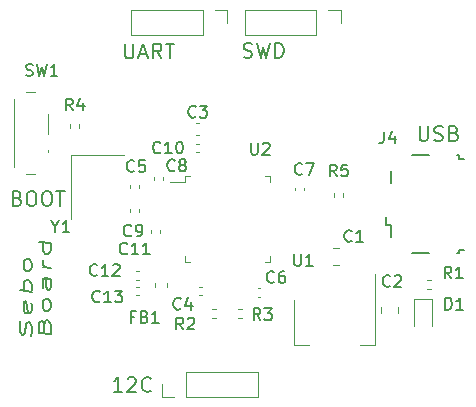
<source format=gbr>
%TF.GenerationSoftware,KiCad,Pcbnew,(6.0.7-1)-1*%
%TF.CreationDate,2022-10-05T21:39:38-05:00*%
%TF.ProjectId,KiCad,4b694361-642e-46b6-9963-61645f706362,rev?*%
%TF.SameCoordinates,Original*%
%TF.FileFunction,Legend,Top*%
%TF.FilePolarity,Positive*%
%FSLAX46Y46*%
G04 Gerber Fmt 4.6, Leading zero omitted, Abs format (unit mm)*
G04 Created by KiCad (PCBNEW (6.0.7-1)-1) date 2022-10-05 21:39:38*
%MOMM*%
%LPD*%
G01*
G04 APERTURE LIST*
%ADD10C,0.200000*%
%ADD11C,0.150000*%
%ADD12C,0.120000*%
G04 APERTURE END LIST*
D10*
X108311761Y-99287920D02*
X108359380Y-99008158D01*
X108359380Y-98531967D01*
X108311761Y-98335539D01*
X108264142Y-98234348D01*
X108168904Y-98127205D01*
X108073666Y-98115301D01*
X107978428Y-98198634D01*
X107930809Y-98287920D01*
X107883190Y-98472444D01*
X107835571Y-98847444D01*
X107787952Y-99031967D01*
X107740333Y-99121253D01*
X107645095Y-99204586D01*
X107549857Y-99192682D01*
X107454619Y-99085539D01*
X107407000Y-98984348D01*
X107359380Y-98787920D01*
X107359380Y-98311729D01*
X107407000Y-98031967D01*
X108311761Y-96526015D02*
X108359380Y-96722444D01*
X108359380Y-97103396D01*
X108311761Y-97287920D01*
X108216523Y-97371253D01*
X107835571Y-97323634D01*
X107740333Y-97216491D01*
X107692714Y-97020063D01*
X107692714Y-96639110D01*
X107740333Y-96454586D01*
X107835571Y-96371253D01*
X107930809Y-96383158D01*
X108026047Y-97347444D01*
X108359380Y-95579586D02*
X107359380Y-95454586D01*
X107740333Y-95502205D02*
X107692714Y-95305777D01*
X107692714Y-94924825D01*
X107740333Y-94740301D01*
X107787952Y-94651015D01*
X107883190Y-94567682D01*
X108168904Y-94603396D01*
X108264142Y-94710539D01*
X108311761Y-94811729D01*
X108359380Y-95008158D01*
X108359380Y-95389110D01*
X108311761Y-95573634D01*
X108359380Y-93484348D02*
X108311761Y-93668872D01*
X108264142Y-93758158D01*
X108168904Y-93841491D01*
X107883190Y-93805777D01*
X107787952Y-93698634D01*
X107740333Y-93597444D01*
X107692714Y-93401015D01*
X107692714Y-93115301D01*
X107740333Y-92930777D01*
X107787952Y-92841491D01*
X107883190Y-92758158D01*
X108168904Y-92793872D01*
X108264142Y-92901015D01*
X108311761Y-93002205D01*
X108359380Y-93198634D01*
X108359380Y-93484348D01*
X109445571Y-98418872D02*
X109493190Y-98139110D01*
X109540809Y-98049825D01*
X109636047Y-97966491D01*
X109778904Y-97984348D01*
X109874142Y-98091491D01*
X109921761Y-98192682D01*
X109969380Y-98389110D01*
X109969380Y-99151015D01*
X108969380Y-99026015D01*
X108969380Y-98359348D01*
X109017000Y-98174825D01*
X109064619Y-98085539D01*
X109159857Y-98002205D01*
X109255095Y-98014110D01*
X109350333Y-98121253D01*
X109397952Y-98222444D01*
X109445571Y-98418872D01*
X109445571Y-99085539D01*
X109969380Y-96865301D02*
X109921761Y-97049825D01*
X109874142Y-97139110D01*
X109778904Y-97222444D01*
X109493190Y-97186729D01*
X109397952Y-97079586D01*
X109350333Y-96978396D01*
X109302714Y-96781967D01*
X109302714Y-96496253D01*
X109350333Y-96311729D01*
X109397952Y-96222444D01*
X109493190Y-96139110D01*
X109778904Y-96174825D01*
X109874142Y-96281967D01*
X109921761Y-96383158D01*
X109969380Y-96579586D01*
X109969380Y-96865301D01*
X109969380Y-94484348D02*
X109445571Y-94418872D01*
X109350333Y-94502205D01*
X109302714Y-94686729D01*
X109302714Y-95067682D01*
X109350333Y-95264110D01*
X109921761Y-94478396D02*
X109969380Y-94674825D01*
X109969380Y-95151015D01*
X109921761Y-95335539D01*
X109826523Y-95418872D01*
X109731285Y-95406967D01*
X109636047Y-95299825D01*
X109588428Y-95103396D01*
X109588428Y-94627205D01*
X109540809Y-94430777D01*
X109969380Y-93531967D02*
X109302714Y-93448634D01*
X109493190Y-93472444D02*
X109397952Y-93365301D01*
X109350333Y-93264110D01*
X109302714Y-93067682D01*
X109302714Y-92877205D01*
X109969380Y-91436729D02*
X108969380Y-91311729D01*
X109921761Y-91430777D02*
X109969380Y-91627205D01*
X109969380Y-92008158D01*
X109921761Y-92192682D01*
X109874142Y-92281967D01*
X109778904Y-92365301D01*
X109493190Y-92329586D01*
X109397952Y-92222444D01*
X109350333Y-92121253D01*
X109302714Y-91924825D01*
X109302714Y-91543872D01*
X109350333Y-91359348D01*
X141221419Y-81560676D02*
X141221419Y-82572580D01*
X141280942Y-82691628D01*
X141340466Y-82751152D01*
X141459514Y-82810676D01*
X141697609Y-82810676D01*
X141816657Y-82751152D01*
X141876180Y-82691628D01*
X141935704Y-82572580D01*
X141935704Y-81560676D01*
X142471419Y-82751152D02*
X142649990Y-82810676D01*
X142947609Y-82810676D01*
X143066657Y-82751152D01*
X143126180Y-82691628D01*
X143185704Y-82572580D01*
X143185704Y-82453533D01*
X143126180Y-82334485D01*
X143066657Y-82274961D01*
X142947609Y-82215438D01*
X142709514Y-82155914D01*
X142590466Y-82096390D01*
X142530942Y-82036866D01*
X142471419Y-81917819D01*
X142471419Y-81798771D01*
X142530942Y-81679723D01*
X142590466Y-81620200D01*
X142709514Y-81560676D01*
X143007133Y-81560676D01*
X143185704Y-81620200D01*
X144138085Y-82155914D02*
X144316657Y-82215438D01*
X144376180Y-82274961D01*
X144435704Y-82394009D01*
X144435704Y-82572580D01*
X144376180Y-82691628D01*
X144316657Y-82751152D01*
X144197609Y-82810676D01*
X143721419Y-82810676D01*
X143721419Y-81560676D01*
X144138085Y-81560676D01*
X144257133Y-81620200D01*
X144316657Y-81679723D01*
X144376180Y-81798771D01*
X144376180Y-81917819D01*
X144316657Y-82036866D01*
X144257133Y-82096390D01*
X144138085Y-82155914D01*
X143721419Y-82155914D01*
X107167971Y-87642314D02*
X107346542Y-87701838D01*
X107406066Y-87761361D01*
X107465590Y-87880409D01*
X107465590Y-88058980D01*
X107406066Y-88178028D01*
X107346542Y-88237552D01*
X107227495Y-88297076D01*
X106751304Y-88297076D01*
X106751304Y-87047076D01*
X107167971Y-87047076D01*
X107287019Y-87106600D01*
X107346542Y-87166123D01*
X107406066Y-87285171D01*
X107406066Y-87404219D01*
X107346542Y-87523266D01*
X107287019Y-87582790D01*
X107167971Y-87642314D01*
X106751304Y-87642314D01*
X108239400Y-87047076D02*
X108477495Y-87047076D01*
X108596542Y-87106600D01*
X108715590Y-87225647D01*
X108775114Y-87463742D01*
X108775114Y-87880409D01*
X108715590Y-88118504D01*
X108596542Y-88237552D01*
X108477495Y-88297076D01*
X108239400Y-88297076D01*
X108120352Y-88237552D01*
X108001304Y-88118504D01*
X107941780Y-87880409D01*
X107941780Y-87463742D01*
X108001304Y-87225647D01*
X108120352Y-87106600D01*
X108239400Y-87047076D01*
X109548923Y-87047076D02*
X109787019Y-87047076D01*
X109906066Y-87106600D01*
X110025114Y-87225647D01*
X110084638Y-87463742D01*
X110084638Y-87880409D01*
X110025114Y-88118504D01*
X109906066Y-88237552D01*
X109787019Y-88297076D01*
X109548923Y-88297076D01*
X109429876Y-88237552D01*
X109310828Y-88118504D01*
X109251304Y-87880409D01*
X109251304Y-87463742D01*
X109310828Y-87225647D01*
X109429876Y-87106600D01*
X109548923Y-87047076D01*
X110441780Y-87047076D02*
X111156066Y-87047076D01*
X110798923Y-88297076D02*
X110798923Y-87047076D01*
X116027704Y-104045076D02*
X115313419Y-104045076D01*
X115670561Y-104045076D02*
X115670561Y-102795076D01*
X115551514Y-102973647D01*
X115432466Y-103092695D01*
X115313419Y-103152219D01*
X116503895Y-102914123D02*
X116563419Y-102854600D01*
X116682466Y-102795076D01*
X116980085Y-102795076D01*
X117099133Y-102854600D01*
X117158657Y-102914123D01*
X117218180Y-103033171D01*
X117218180Y-103152219D01*
X117158657Y-103330790D01*
X116444371Y-104045076D01*
X117218180Y-104045076D01*
X118468180Y-103926028D02*
X118408657Y-103985552D01*
X118230085Y-104045076D01*
X118111038Y-104045076D01*
X117932466Y-103985552D01*
X117813419Y-103866504D01*
X117753895Y-103747457D01*
X117694371Y-103509361D01*
X117694371Y-103330790D01*
X117753895Y-103092695D01*
X117813419Y-102973647D01*
X117932466Y-102854600D01*
X118111038Y-102795076D01*
X118230085Y-102795076D01*
X118408657Y-102854600D01*
X118468180Y-102914123D01*
X116268352Y-74550276D02*
X116268352Y-75562180D01*
X116327876Y-75681228D01*
X116387400Y-75740752D01*
X116506447Y-75800276D01*
X116744542Y-75800276D01*
X116863590Y-75740752D01*
X116923114Y-75681228D01*
X116982638Y-75562180D01*
X116982638Y-74550276D01*
X117518352Y-75443133D02*
X118113590Y-75443133D01*
X117399304Y-75800276D02*
X117815971Y-74550276D01*
X118232638Y-75800276D01*
X119363590Y-75800276D02*
X118946923Y-75205038D01*
X118649304Y-75800276D02*
X118649304Y-74550276D01*
X119125495Y-74550276D01*
X119244542Y-74609800D01*
X119304066Y-74669323D01*
X119363590Y-74788371D01*
X119363590Y-74966942D01*
X119304066Y-75085990D01*
X119244542Y-75145514D01*
X119125495Y-75205038D01*
X118649304Y-75205038D01*
X119720733Y-74550276D02*
X120435019Y-74550276D01*
X120077876Y-75800276D02*
X120077876Y-74550276D01*
X126319571Y-75689952D02*
X126498142Y-75749476D01*
X126795761Y-75749476D01*
X126914809Y-75689952D01*
X126974333Y-75630428D01*
X127033857Y-75511380D01*
X127033857Y-75392333D01*
X126974333Y-75273285D01*
X126914809Y-75213761D01*
X126795761Y-75154238D01*
X126557666Y-75094714D01*
X126438619Y-75035190D01*
X126379095Y-74975666D01*
X126319571Y-74856619D01*
X126319571Y-74737571D01*
X126379095Y-74618523D01*
X126438619Y-74559000D01*
X126557666Y-74499476D01*
X126855285Y-74499476D01*
X127033857Y-74559000D01*
X127450523Y-74499476D02*
X127748142Y-75749476D01*
X127986238Y-74856619D01*
X128224333Y-75749476D01*
X128521952Y-74499476D01*
X128998142Y-75749476D02*
X128998142Y-74499476D01*
X129295761Y-74499476D01*
X129474333Y-74559000D01*
X129593380Y-74678047D01*
X129652904Y-74797095D01*
X129712428Y-75035190D01*
X129712428Y-75213761D01*
X129652904Y-75451857D01*
X129593380Y-75570904D01*
X129474333Y-75689952D01*
X129295761Y-75749476D01*
X128998142Y-75749476D01*
D11*
%TO.C,U1*%
X130606895Y-92365580D02*
X130606895Y-93175104D01*
X130654514Y-93270342D01*
X130702133Y-93317961D01*
X130797371Y-93365580D01*
X130987847Y-93365580D01*
X131083085Y-93317961D01*
X131130704Y-93270342D01*
X131178323Y-93175104D01*
X131178323Y-92365580D01*
X132178323Y-93365580D02*
X131606895Y-93365580D01*
X131892609Y-93365580D02*
X131892609Y-92365580D01*
X131797371Y-92508438D01*
X131702133Y-92603676D01*
X131606895Y-92651295D01*
%TO.C,SW1*%
X107886666Y-77239761D02*
X108029523Y-77287380D01*
X108267619Y-77287380D01*
X108362857Y-77239761D01*
X108410476Y-77192142D01*
X108458095Y-77096904D01*
X108458095Y-77001666D01*
X108410476Y-76906428D01*
X108362857Y-76858809D01*
X108267619Y-76811190D01*
X108077142Y-76763571D01*
X107981904Y-76715952D01*
X107934285Y-76668333D01*
X107886666Y-76573095D01*
X107886666Y-76477857D01*
X107934285Y-76382619D01*
X107981904Y-76335000D01*
X108077142Y-76287380D01*
X108315238Y-76287380D01*
X108458095Y-76335000D01*
X108791428Y-76287380D02*
X109029523Y-77287380D01*
X109220000Y-76573095D01*
X109410476Y-77287380D01*
X109648571Y-76287380D01*
X110553333Y-77287380D02*
X109981904Y-77287380D01*
X110267619Y-77287380D02*
X110267619Y-76287380D01*
X110172380Y-76430238D01*
X110077142Y-76525476D01*
X109981904Y-76573095D01*
%TO.C,Y1*%
X110369409Y-90044590D02*
X110369409Y-90520780D01*
X110036076Y-89520780D02*
X110369409Y-90044590D01*
X110702742Y-89520780D01*
X111559885Y-90520780D02*
X110988457Y-90520780D01*
X111274171Y-90520780D02*
X111274171Y-89520780D01*
X111178933Y-89663638D01*
X111083695Y-89758876D01*
X110988457Y-89806495D01*
%TO.C,U2*%
X126938095Y-82952380D02*
X126938095Y-83761904D01*
X126985714Y-83857142D01*
X127033333Y-83904761D01*
X127128571Y-83952380D01*
X127319047Y-83952380D01*
X127414285Y-83904761D01*
X127461904Y-83857142D01*
X127509523Y-83761904D01*
X127509523Y-82952380D01*
X127938095Y-83047619D02*
X127985714Y-83000000D01*
X128080952Y-82952380D01*
X128319047Y-82952380D01*
X128414285Y-83000000D01*
X128461904Y-83047619D01*
X128509523Y-83142857D01*
X128509523Y-83238095D01*
X128461904Y-83380952D01*
X127890476Y-83952380D01*
X128509523Y-83952380D01*
%TO.C,R5*%
X134199333Y-85792380D02*
X133866000Y-85316190D01*
X133627904Y-85792380D02*
X133627904Y-84792380D01*
X134008857Y-84792380D01*
X134104095Y-84840000D01*
X134151714Y-84887619D01*
X134199333Y-84982857D01*
X134199333Y-85125714D01*
X134151714Y-85220952D01*
X134104095Y-85268571D01*
X134008857Y-85316190D01*
X133627904Y-85316190D01*
X135104095Y-84792380D02*
X134627904Y-84792380D01*
X134580285Y-85268571D01*
X134627904Y-85220952D01*
X134723142Y-85173333D01*
X134961238Y-85173333D01*
X135056476Y-85220952D01*
X135104095Y-85268571D01*
X135151714Y-85363809D01*
X135151714Y-85601904D01*
X135104095Y-85697142D01*
X135056476Y-85744761D01*
X134961238Y-85792380D01*
X134723142Y-85792380D01*
X134627904Y-85744761D01*
X134580285Y-85697142D01*
%TO.C,R4*%
X111847333Y-80208380D02*
X111514000Y-79732190D01*
X111275904Y-80208380D02*
X111275904Y-79208380D01*
X111656857Y-79208380D01*
X111752095Y-79256000D01*
X111799714Y-79303619D01*
X111847333Y-79398857D01*
X111847333Y-79541714D01*
X111799714Y-79636952D01*
X111752095Y-79684571D01*
X111656857Y-79732190D01*
X111275904Y-79732190D01*
X112704476Y-79541714D02*
X112704476Y-80208380D01*
X112466380Y-79160761D02*
X112228285Y-79875047D01*
X112847333Y-79875047D01*
%TO.C,R3*%
X127742733Y-97961380D02*
X127409400Y-97485190D01*
X127171304Y-97961380D02*
X127171304Y-96961380D01*
X127552257Y-96961380D01*
X127647495Y-97009000D01*
X127695114Y-97056619D01*
X127742733Y-97151857D01*
X127742733Y-97294714D01*
X127695114Y-97389952D01*
X127647495Y-97437571D01*
X127552257Y-97485190D01*
X127171304Y-97485190D01*
X128076066Y-96961380D02*
X128695114Y-96961380D01*
X128361780Y-97342333D01*
X128504638Y-97342333D01*
X128599876Y-97389952D01*
X128647495Y-97437571D01*
X128695114Y-97532809D01*
X128695114Y-97770904D01*
X128647495Y-97866142D01*
X128599876Y-97913761D01*
X128504638Y-97961380D01*
X128218923Y-97961380D01*
X128123685Y-97913761D01*
X128076066Y-97866142D01*
%TO.C,R2*%
X121194533Y-98750380D02*
X120861200Y-98274190D01*
X120623104Y-98750380D02*
X120623104Y-97750380D01*
X121004057Y-97750380D01*
X121099295Y-97798000D01*
X121146914Y-97845619D01*
X121194533Y-97940857D01*
X121194533Y-98083714D01*
X121146914Y-98178952D01*
X121099295Y-98226571D01*
X121004057Y-98274190D01*
X120623104Y-98274190D01*
X121575485Y-97845619D02*
X121623104Y-97798000D01*
X121718342Y-97750380D01*
X121956438Y-97750380D01*
X122051676Y-97798000D01*
X122099295Y-97845619D01*
X122146914Y-97940857D01*
X122146914Y-98036095D01*
X122099295Y-98178952D01*
X121527866Y-98750380D01*
X122146914Y-98750380D01*
%TO.C,R1*%
X143902133Y-94432380D02*
X143568800Y-93956190D01*
X143330704Y-94432380D02*
X143330704Y-93432380D01*
X143711657Y-93432380D01*
X143806895Y-93480000D01*
X143854514Y-93527619D01*
X143902133Y-93622857D01*
X143902133Y-93765714D01*
X143854514Y-93860952D01*
X143806895Y-93908571D01*
X143711657Y-93956190D01*
X143330704Y-93956190D01*
X144854514Y-94432380D02*
X144283085Y-94432380D01*
X144568800Y-94432380D02*
X144568800Y-93432380D01*
X144473561Y-93575238D01*
X144378323Y-93670476D01*
X144283085Y-93718095D01*
%TO.C,J4*%
X138198266Y-82002380D02*
X138198266Y-82716666D01*
X138150647Y-82859523D01*
X138055409Y-82954761D01*
X137912552Y-83002380D01*
X137817314Y-83002380D01*
X139103028Y-82335714D02*
X139103028Y-83002380D01*
X138864933Y-81954761D02*
X138626838Y-82669047D01*
X139245885Y-82669047D01*
%TO.C,FB1*%
X117073466Y-97667771D02*
X116740133Y-97667771D01*
X116740133Y-98191580D02*
X116740133Y-97191580D01*
X117216323Y-97191580D01*
X117930609Y-97667771D02*
X118073466Y-97715390D01*
X118121085Y-97763009D01*
X118168704Y-97858247D01*
X118168704Y-98001104D01*
X118121085Y-98096342D01*
X118073466Y-98143961D01*
X117978228Y-98191580D01*
X117597276Y-98191580D01*
X117597276Y-97191580D01*
X117930609Y-97191580D01*
X118025847Y-97239200D01*
X118073466Y-97286819D01*
X118121085Y-97382057D01*
X118121085Y-97477295D01*
X118073466Y-97572533D01*
X118025847Y-97620152D01*
X117930609Y-97667771D01*
X117597276Y-97667771D01*
X119121085Y-98191580D02*
X118549657Y-98191580D01*
X118835371Y-98191580D02*
X118835371Y-97191580D01*
X118740133Y-97334438D01*
X118644895Y-97429676D01*
X118549657Y-97477295D01*
%TO.C,D1*%
X143381504Y-97073980D02*
X143381504Y-96073980D01*
X143619600Y-96073980D01*
X143762457Y-96121600D01*
X143857695Y-96216838D01*
X143905314Y-96312076D01*
X143952933Y-96502552D01*
X143952933Y-96645409D01*
X143905314Y-96835885D01*
X143857695Y-96931123D01*
X143762457Y-97026361D01*
X143619600Y-97073980D01*
X143381504Y-97073980D01*
X144905314Y-97073980D02*
X144333885Y-97073980D01*
X144619600Y-97073980D02*
X144619600Y-96073980D01*
X144524361Y-96216838D01*
X144429123Y-96312076D01*
X144333885Y-96359695D01*
%TO.C,C13*%
X114137142Y-96369142D02*
X114089523Y-96416761D01*
X113946666Y-96464380D01*
X113851428Y-96464380D01*
X113708571Y-96416761D01*
X113613333Y-96321523D01*
X113565714Y-96226285D01*
X113518095Y-96035809D01*
X113518095Y-95892952D01*
X113565714Y-95702476D01*
X113613333Y-95607238D01*
X113708571Y-95512000D01*
X113851428Y-95464380D01*
X113946666Y-95464380D01*
X114089523Y-95512000D01*
X114137142Y-95559619D01*
X115089523Y-96464380D02*
X114518095Y-96464380D01*
X114803809Y-96464380D02*
X114803809Y-95464380D01*
X114708571Y-95607238D01*
X114613333Y-95702476D01*
X114518095Y-95750095D01*
X115422857Y-95464380D02*
X116041904Y-95464380D01*
X115708571Y-95845333D01*
X115851428Y-95845333D01*
X115946666Y-95892952D01*
X115994285Y-95940571D01*
X116041904Y-96035809D01*
X116041904Y-96273904D01*
X115994285Y-96369142D01*
X115946666Y-96416761D01*
X115851428Y-96464380D01*
X115565714Y-96464380D01*
X115470476Y-96416761D01*
X115422857Y-96369142D01*
%TO.C,C12*%
X113911142Y-94133942D02*
X113863523Y-94181561D01*
X113720666Y-94229180D01*
X113625428Y-94229180D01*
X113482571Y-94181561D01*
X113387333Y-94086323D01*
X113339714Y-93991085D01*
X113292095Y-93800609D01*
X113292095Y-93657752D01*
X113339714Y-93467276D01*
X113387333Y-93372038D01*
X113482571Y-93276800D01*
X113625428Y-93229180D01*
X113720666Y-93229180D01*
X113863523Y-93276800D01*
X113911142Y-93324419D01*
X114863523Y-94229180D02*
X114292095Y-94229180D01*
X114577809Y-94229180D02*
X114577809Y-93229180D01*
X114482571Y-93372038D01*
X114387333Y-93467276D01*
X114292095Y-93514895D01*
X115244476Y-93324419D02*
X115292095Y-93276800D01*
X115387333Y-93229180D01*
X115625428Y-93229180D01*
X115720666Y-93276800D01*
X115768285Y-93324419D01*
X115815904Y-93419657D01*
X115815904Y-93514895D01*
X115768285Y-93657752D01*
X115196857Y-94229180D01*
X115815904Y-94229180D01*
%TO.C,C11*%
X116451142Y-92305142D02*
X116403523Y-92352761D01*
X116260666Y-92400380D01*
X116165428Y-92400380D01*
X116022571Y-92352761D01*
X115927333Y-92257523D01*
X115879714Y-92162285D01*
X115832095Y-91971809D01*
X115832095Y-91828952D01*
X115879714Y-91638476D01*
X115927333Y-91543238D01*
X116022571Y-91448000D01*
X116165428Y-91400380D01*
X116260666Y-91400380D01*
X116403523Y-91448000D01*
X116451142Y-91495619D01*
X117403523Y-92400380D02*
X116832095Y-92400380D01*
X117117809Y-92400380D02*
X117117809Y-91400380D01*
X117022571Y-91543238D01*
X116927333Y-91638476D01*
X116832095Y-91686095D01*
X118355904Y-92400380D02*
X117784476Y-92400380D01*
X118070190Y-92400380D02*
X118070190Y-91400380D01*
X117974952Y-91543238D01*
X117879714Y-91638476D01*
X117784476Y-91686095D01*
%TO.C,C10*%
X119277142Y-83745142D02*
X119229523Y-83792761D01*
X119086666Y-83840380D01*
X118991428Y-83840380D01*
X118848571Y-83792761D01*
X118753333Y-83697523D01*
X118705714Y-83602285D01*
X118658095Y-83411809D01*
X118658095Y-83268952D01*
X118705714Y-83078476D01*
X118753333Y-82983238D01*
X118848571Y-82888000D01*
X118991428Y-82840380D01*
X119086666Y-82840380D01*
X119229523Y-82888000D01*
X119277142Y-82935619D01*
X120229523Y-83840380D02*
X119658095Y-83840380D01*
X119943809Y-83840380D02*
X119943809Y-82840380D01*
X119848571Y-82983238D01*
X119753333Y-83078476D01*
X119658095Y-83126095D01*
X120848571Y-82840380D02*
X120943809Y-82840380D01*
X121039047Y-82888000D01*
X121086666Y-82935619D01*
X121134285Y-83030857D01*
X121181904Y-83221333D01*
X121181904Y-83459428D01*
X121134285Y-83649904D01*
X121086666Y-83745142D01*
X121039047Y-83792761D01*
X120943809Y-83840380D01*
X120848571Y-83840380D01*
X120753333Y-83792761D01*
X120705714Y-83745142D01*
X120658095Y-83649904D01*
X120610476Y-83459428D01*
X120610476Y-83221333D01*
X120658095Y-83030857D01*
X120705714Y-82935619D01*
X120753333Y-82888000D01*
X120848571Y-82840380D01*
%TO.C,C9*%
X116800333Y-90781142D02*
X116752714Y-90828761D01*
X116609857Y-90876380D01*
X116514619Y-90876380D01*
X116371761Y-90828761D01*
X116276523Y-90733523D01*
X116228904Y-90638285D01*
X116181285Y-90447809D01*
X116181285Y-90304952D01*
X116228904Y-90114476D01*
X116276523Y-90019238D01*
X116371761Y-89924000D01*
X116514619Y-89876380D01*
X116609857Y-89876380D01*
X116752714Y-89924000D01*
X116800333Y-89971619D01*
X117276523Y-90876380D02*
X117467000Y-90876380D01*
X117562238Y-90828761D01*
X117609857Y-90781142D01*
X117705095Y-90638285D01*
X117752714Y-90447809D01*
X117752714Y-90066857D01*
X117705095Y-89971619D01*
X117657476Y-89924000D01*
X117562238Y-89876380D01*
X117371761Y-89876380D01*
X117276523Y-89924000D01*
X117228904Y-89971619D01*
X117181285Y-90066857D01*
X117181285Y-90304952D01*
X117228904Y-90400190D01*
X117276523Y-90447809D01*
X117371761Y-90495428D01*
X117562238Y-90495428D01*
X117657476Y-90447809D01*
X117705095Y-90400190D01*
X117752714Y-90304952D01*
%TO.C,C8*%
X120483333Y-85264142D02*
X120435714Y-85311761D01*
X120292857Y-85359380D01*
X120197619Y-85359380D01*
X120054761Y-85311761D01*
X119959523Y-85216523D01*
X119911904Y-85121285D01*
X119864285Y-84930809D01*
X119864285Y-84787952D01*
X119911904Y-84597476D01*
X119959523Y-84502238D01*
X120054761Y-84407000D01*
X120197619Y-84359380D01*
X120292857Y-84359380D01*
X120435714Y-84407000D01*
X120483333Y-84454619D01*
X121054761Y-84787952D02*
X120959523Y-84740333D01*
X120911904Y-84692714D01*
X120864285Y-84597476D01*
X120864285Y-84549857D01*
X120911904Y-84454619D01*
X120959523Y-84407000D01*
X121054761Y-84359380D01*
X121245238Y-84359380D01*
X121340476Y-84407000D01*
X121388095Y-84454619D01*
X121435714Y-84549857D01*
X121435714Y-84597476D01*
X121388095Y-84692714D01*
X121340476Y-84740333D01*
X121245238Y-84787952D01*
X121054761Y-84787952D01*
X120959523Y-84835571D01*
X120911904Y-84883190D01*
X120864285Y-84978428D01*
X120864285Y-85168904D01*
X120911904Y-85264142D01*
X120959523Y-85311761D01*
X121054761Y-85359380D01*
X121245238Y-85359380D01*
X121340476Y-85311761D01*
X121388095Y-85264142D01*
X121435714Y-85168904D01*
X121435714Y-84978428D01*
X121388095Y-84883190D01*
X121340476Y-84835571D01*
X121245238Y-84787952D01*
%TO.C,C7*%
X131278333Y-85574142D02*
X131230714Y-85621761D01*
X131087857Y-85669380D01*
X130992619Y-85669380D01*
X130849761Y-85621761D01*
X130754523Y-85526523D01*
X130706904Y-85431285D01*
X130659285Y-85240809D01*
X130659285Y-85097952D01*
X130706904Y-84907476D01*
X130754523Y-84812238D01*
X130849761Y-84717000D01*
X130992619Y-84669380D01*
X131087857Y-84669380D01*
X131230714Y-84717000D01*
X131278333Y-84764619D01*
X131611666Y-84669380D02*
X132278333Y-84669380D01*
X131849761Y-85669380D01*
%TO.C,C6*%
X128893333Y-94718142D02*
X128845714Y-94765761D01*
X128702857Y-94813380D01*
X128607619Y-94813380D01*
X128464761Y-94765761D01*
X128369523Y-94670523D01*
X128321904Y-94575285D01*
X128274285Y-94384809D01*
X128274285Y-94241952D01*
X128321904Y-94051476D01*
X128369523Y-93956238D01*
X128464761Y-93861000D01*
X128607619Y-93813380D01*
X128702857Y-93813380D01*
X128845714Y-93861000D01*
X128893333Y-93908619D01*
X129750476Y-93813380D02*
X129560000Y-93813380D01*
X129464761Y-93861000D01*
X129417142Y-93908619D01*
X129321904Y-94051476D01*
X129274285Y-94241952D01*
X129274285Y-94622904D01*
X129321904Y-94718142D01*
X129369523Y-94765761D01*
X129464761Y-94813380D01*
X129655238Y-94813380D01*
X129750476Y-94765761D01*
X129798095Y-94718142D01*
X129845714Y-94622904D01*
X129845714Y-94384809D01*
X129798095Y-94289571D01*
X129750476Y-94241952D01*
X129655238Y-94194333D01*
X129464761Y-94194333D01*
X129369523Y-94241952D01*
X129321904Y-94289571D01*
X129274285Y-94384809D01*
%TO.C,C5*%
X117054333Y-85320142D02*
X117006714Y-85367761D01*
X116863857Y-85415380D01*
X116768619Y-85415380D01*
X116625761Y-85367761D01*
X116530523Y-85272523D01*
X116482904Y-85177285D01*
X116435285Y-84986809D01*
X116435285Y-84843952D01*
X116482904Y-84653476D01*
X116530523Y-84558238D01*
X116625761Y-84463000D01*
X116768619Y-84415380D01*
X116863857Y-84415380D01*
X117006714Y-84463000D01*
X117054333Y-84510619D01*
X117959095Y-84415380D02*
X117482904Y-84415380D01*
X117435285Y-84891571D01*
X117482904Y-84843952D01*
X117578142Y-84796333D01*
X117816238Y-84796333D01*
X117911476Y-84843952D01*
X117959095Y-84891571D01*
X118006714Y-84986809D01*
X118006714Y-85224904D01*
X117959095Y-85320142D01*
X117911476Y-85367761D01*
X117816238Y-85415380D01*
X117578142Y-85415380D01*
X117482904Y-85367761D01*
X117435285Y-85320142D01*
%TO.C,C4*%
X120991333Y-96978742D02*
X120943714Y-97026361D01*
X120800857Y-97073980D01*
X120705619Y-97073980D01*
X120562761Y-97026361D01*
X120467523Y-96931123D01*
X120419904Y-96835885D01*
X120372285Y-96645409D01*
X120372285Y-96502552D01*
X120419904Y-96312076D01*
X120467523Y-96216838D01*
X120562761Y-96121600D01*
X120705619Y-96073980D01*
X120800857Y-96073980D01*
X120943714Y-96121600D01*
X120991333Y-96169219D01*
X121848476Y-96407314D02*
X121848476Y-97073980D01*
X121610380Y-96026361D02*
X121372285Y-96740647D01*
X121991333Y-96740647D01*
%TO.C,C3*%
X122261333Y-80715142D02*
X122213714Y-80762761D01*
X122070857Y-80810380D01*
X121975619Y-80810380D01*
X121832761Y-80762761D01*
X121737523Y-80667523D01*
X121689904Y-80572285D01*
X121642285Y-80381809D01*
X121642285Y-80238952D01*
X121689904Y-80048476D01*
X121737523Y-79953238D01*
X121832761Y-79858000D01*
X121975619Y-79810380D01*
X122070857Y-79810380D01*
X122213714Y-79858000D01*
X122261333Y-79905619D01*
X122594666Y-79810380D02*
X123213714Y-79810380D01*
X122880380Y-80191333D01*
X123023238Y-80191333D01*
X123118476Y-80238952D01*
X123166095Y-80286571D01*
X123213714Y-80381809D01*
X123213714Y-80619904D01*
X123166095Y-80715142D01*
X123118476Y-80762761D01*
X123023238Y-80810380D01*
X122737523Y-80810380D01*
X122642285Y-80762761D01*
X122594666Y-80715142D01*
%TO.C,C2*%
X138717333Y-95051142D02*
X138669714Y-95098761D01*
X138526857Y-95146380D01*
X138431619Y-95146380D01*
X138288761Y-95098761D01*
X138193523Y-95003523D01*
X138145904Y-94908285D01*
X138098285Y-94717809D01*
X138098285Y-94574952D01*
X138145904Y-94384476D01*
X138193523Y-94289238D01*
X138288761Y-94194000D01*
X138431619Y-94146380D01*
X138526857Y-94146380D01*
X138669714Y-94194000D01*
X138717333Y-94241619D01*
X139098285Y-94241619D02*
X139145904Y-94194000D01*
X139241142Y-94146380D01*
X139479238Y-94146380D01*
X139574476Y-94194000D01*
X139622095Y-94241619D01*
X139669714Y-94336857D01*
X139669714Y-94432095D01*
X139622095Y-94574952D01*
X139050666Y-95146380D01*
X139669714Y-95146380D01*
%TO.C,C1*%
X135469333Y-91238342D02*
X135421714Y-91285961D01*
X135278857Y-91333580D01*
X135183619Y-91333580D01*
X135040761Y-91285961D01*
X134945523Y-91190723D01*
X134897904Y-91095485D01*
X134850285Y-90905009D01*
X134850285Y-90762152D01*
X134897904Y-90571676D01*
X134945523Y-90476438D01*
X135040761Y-90381200D01*
X135183619Y-90333580D01*
X135278857Y-90333580D01*
X135421714Y-90381200D01*
X135469333Y-90428819D01*
X136421714Y-91333580D02*
X135850285Y-91333580D01*
X136136000Y-91333580D02*
X136136000Y-90333580D01*
X136040761Y-90476438D01*
X135945523Y-90571676D01*
X135850285Y-90619295D01*
D12*
%TO.C,U1*%
X137410000Y-94050000D02*
X137410000Y-100060000D01*
X130590000Y-96300000D02*
X130590000Y-100060000D01*
X130590000Y-100060000D02*
X131850000Y-100060000D01*
X137410000Y-100060000D02*
X136150000Y-100060000D01*
%TO.C,J3*%
X132469200Y-71736400D02*
X126409200Y-71736400D01*
X133469200Y-71736400D02*
X134529200Y-71736400D01*
X126409200Y-71736400D02*
X126409200Y-73856400D01*
X134529200Y-71736400D02*
X134529200Y-72796400D01*
X132469200Y-71736400D02*
X132469200Y-73856400D01*
X132469200Y-73856400D02*
X126409200Y-73856400D01*
%TO.C,SW1*%
X109722800Y-80528800D02*
X109722800Y-82228800D01*
X108672800Y-78678800D02*
X107882800Y-78678800D01*
X106872800Y-79278800D02*
X106872800Y-84978800D01*
X109722800Y-83528800D02*
X109722800Y-83728800D01*
X107882800Y-85578800D02*
X108672800Y-85578800D01*
%TO.C,Y1*%
X116162000Y-83988000D02*
X111662000Y-83988000D01*
X111662000Y-83988000D02*
X111662000Y-89388000D01*
%TO.C,U2*%
X128128000Y-85798000D02*
X128578000Y-85798000D01*
X121358000Y-93018000D02*
X121358000Y-92568000D01*
X121358000Y-85798000D02*
X121358000Y-86248000D01*
X128128000Y-93018000D02*
X128578000Y-93018000D01*
X128578000Y-93018000D02*
X128578000Y-92568000D01*
X121808000Y-85798000D02*
X121358000Y-85798000D01*
X121808000Y-93018000D02*
X121358000Y-93018000D01*
X121358000Y-86248000D02*
X120068000Y-86248000D01*
X128578000Y-85798000D02*
X128578000Y-86248000D01*
%TO.C,R5*%
X133986000Y-87527641D02*
X133986000Y-87220359D01*
X134746000Y-87527641D02*
X134746000Y-87220359D01*
%TO.C,R4*%
X111634000Y-81689641D02*
X111634000Y-81382359D01*
X112394000Y-81689641D02*
X112394000Y-81382359D01*
%TO.C,R3*%
X125855759Y-97029000D02*
X126163041Y-97029000D01*
X125855759Y-97789000D02*
X126163041Y-97789000D01*
%TO.C,R2*%
X123976641Y-97789000D02*
X123669359Y-97789000D01*
X123976641Y-97029000D02*
X123669359Y-97029000D01*
%TO.C,R1*%
X141883159Y-94565200D02*
X142190441Y-94565200D01*
X141883159Y-95325200D02*
X142190441Y-95325200D01*
D11*
%TO.C,J4*%
X138831000Y-86338000D02*
X138831000Y-85338000D01*
X144531000Y-84288000D02*
X144531000Y-83988000D01*
X144531000Y-83988000D02*
X144381000Y-83988000D01*
X144981000Y-84288000D02*
X144531000Y-84288000D01*
X140581000Y-92288000D02*
X141981000Y-92288000D01*
X138406000Y-89213000D02*
X138406000Y-89938000D01*
X144531000Y-92288000D02*
X144531000Y-91988000D01*
X141981000Y-83988000D02*
X140581000Y-83988000D01*
X138406000Y-89938000D02*
X138831000Y-89938000D01*
X144381000Y-92288000D02*
X144531000Y-92288000D01*
X144531000Y-91988000D02*
X144981000Y-91988000D01*
X138831000Y-89938000D02*
X138831000Y-90938000D01*
D12*
%TO.C,J2*%
X121460000Y-102318000D02*
X127520000Y-102318000D01*
X121460000Y-104438000D02*
X121460000Y-102318000D01*
X119400000Y-104438000D02*
X119400000Y-103378000D01*
X127520000Y-104438000D02*
X127520000Y-102318000D01*
X120460000Y-104438000D02*
X119400000Y-104438000D01*
X121460000Y-104438000D02*
X127520000Y-104438000D01*
%TO.C,J1*%
X122869200Y-71736400D02*
X116809200Y-71736400D01*
X123869200Y-71736400D02*
X124929200Y-71736400D01*
X116809200Y-71736400D02*
X116809200Y-73856400D01*
X124929200Y-71736400D02*
X124929200Y-72796400D01*
X122869200Y-71736400D02*
X122869200Y-73856400D01*
X122869200Y-73856400D02*
X116809200Y-73856400D01*
%TO.C,FB1*%
X118842000Y-94833221D02*
X118842000Y-95158779D01*
X119862000Y-94833221D02*
X119862000Y-95158779D01*
%TO.C,D1*%
X142235000Y-98450000D02*
X142235000Y-96165000D01*
X142235000Y-96165000D02*
X140765000Y-96165000D01*
X140765000Y-96165000D02*
X140765000Y-98450000D01*
%TO.C,C13*%
X117455836Y-95864000D02*
X117240164Y-95864000D01*
X117455836Y-95144000D02*
X117240164Y-95144000D01*
%TO.C,C12*%
X117427836Y-94543200D02*
X117212164Y-94543200D01*
X117427836Y-93823200D02*
X117212164Y-93823200D01*
%TO.C,C11*%
X119232000Y-90559836D02*
X119232000Y-90344164D01*
X118512000Y-90559836D02*
X118512000Y-90344164D01*
%TO.C,C10*%
X122312164Y-83760000D02*
X122527836Y-83760000D01*
X122312164Y-83040000D02*
X122527836Y-83040000D01*
%TO.C,C9*%
X117454000Y-88809836D02*
X117454000Y-88594164D01*
X116734000Y-88809836D02*
X116734000Y-88594164D01*
%TO.C,C8*%
X119486000Y-86058836D02*
X119486000Y-85843164D01*
X118766000Y-86058836D02*
X118766000Y-85843164D01*
%TO.C,C7*%
X130704000Y-86760164D02*
X130704000Y-86975836D01*
X131424000Y-86760164D02*
X131424000Y-86975836D01*
%TO.C,C6*%
X127742836Y-95271000D02*
X127527164Y-95271000D01*
X127742836Y-95991000D02*
X127527164Y-95991000D01*
%TO.C,C5*%
X116734000Y-86749836D02*
X116734000Y-86534164D01*
X117454000Y-86749836D02*
X117454000Y-86534164D01*
%TO.C,C4*%
X122546164Y-95140000D02*
X122761836Y-95140000D01*
X122546164Y-95860000D02*
X122761836Y-95860000D01*
%TO.C,C3*%
X122287420Y-81278000D02*
X122568580Y-81278000D01*
X122287420Y-82298000D02*
X122568580Y-82298000D01*
%TO.C,C2*%
X137949000Y-97355252D02*
X137949000Y-96832748D01*
X139419000Y-97355252D02*
X139419000Y-96832748D01*
%TO.C,C1*%
X133888748Y-93335000D02*
X134411252Y-93335000D01*
X133888748Y-91865000D02*
X134411252Y-91865000D01*
%TD*%
M02*

</source>
